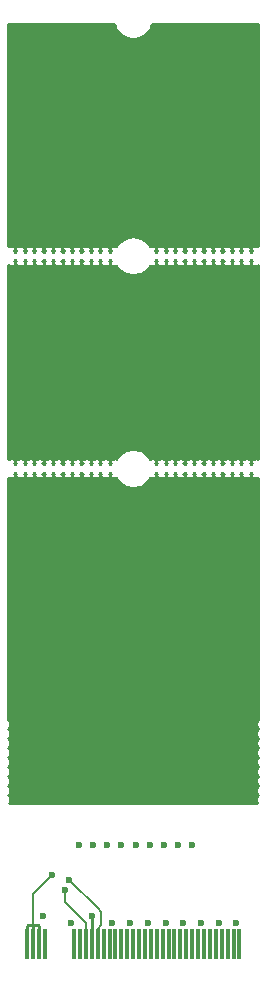
<source format=gbr>
G04 #@! TF.FileFunction,Copper,L4,Bot,Signal*
%FSLAX46Y46*%
G04 Gerber Fmt 4.6, Leading zero omitted, Abs format (unit mm)*
G04 Created by KiCad (PCBNEW 4.0.7) date 05/24/18 10:42:32*
%MOMM*%
%LPD*%
G01*
G04 APERTURE LIST*
%ADD10C,0.100000*%
%ADD11R,0.350000X2.500000*%
%ADD12C,0.600000*%
%ADD13C,0.200000*%
%ADD14C,0.250000*%
%ADD15C,0.254000*%
G04 APERTURE END LIST*
D10*
D11*
X167880000Y-108360000D03*
X167380000Y-108360000D03*
X166880000Y-108360000D03*
X166380000Y-108360000D03*
X165880000Y-108360000D03*
X163380000Y-108360000D03*
X162880000Y-108360000D03*
X162380000Y-108360000D03*
X161880000Y-108360000D03*
X161380000Y-108360000D03*
X160880000Y-108360000D03*
X160380000Y-108360000D03*
X159880000Y-108360000D03*
X159380000Y-108360000D03*
X158880000Y-108360000D03*
X158380000Y-108360000D03*
X157880000Y-108360000D03*
X157380000Y-108360000D03*
X156880000Y-108360000D03*
X156380000Y-108360000D03*
X155880000Y-108360000D03*
X155380000Y-108360000D03*
X154880000Y-108360000D03*
X154380000Y-108360000D03*
X153880000Y-108360000D03*
X151380000Y-108360000D03*
X150880000Y-108360000D03*
X150380000Y-108360000D03*
X149880000Y-108360000D03*
X165380000Y-108360000D03*
X164880000Y-108360000D03*
X164380000Y-108360000D03*
X163880000Y-108360000D03*
D12*
X153470000Y-102930000D03*
X153110000Y-103770000D03*
X151980000Y-102560000D03*
X167629458Y-106615573D03*
X163890000Y-100030000D03*
X162690000Y-100030000D03*
X161490000Y-100030000D03*
X166129458Y-106615573D03*
X164629458Y-106615573D03*
X163129458Y-106615573D03*
X157129458Y-106615573D03*
X154290000Y-100030000D03*
X160290000Y-100030000D03*
X159090000Y-100030000D03*
X157890000Y-100030000D03*
X156690000Y-100030000D03*
X155490000Y-100030000D03*
X155380000Y-106040000D03*
X153660226Y-106599774D03*
X151270000Y-106030000D03*
X161629458Y-106615573D03*
X160129458Y-106615573D03*
X158629458Y-106615573D03*
D13*
X156170000Y-106784998D02*
X156170000Y-105630000D01*
X156170000Y-105630000D02*
X155880000Y-105340000D01*
X155880000Y-108360000D02*
X155880000Y-107074998D01*
X155880000Y-107074998D02*
X156170000Y-106784998D01*
X155880000Y-105340000D02*
X153470000Y-102930000D01*
X154880000Y-108360000D02*
X154880000Y-106630000D01*
X154880000Y-106630000D02*
X153110000Y-104860000D01*
X153110000Y-104860000D02*
X153110000Y-103770000D01*
X150380000Y-106800000D02*
X150380000Y-104160000D01*
X150380000Y-104160000D02*
X151980000Y-102560000D01*
D14*
X150880000Y-108360000D02*
X150880000Y-106860000D01*
X150880000Y-106860000D02*
X150820000Y-106800000D01*
X150820000Y-106800000D02*
X150380000Y-106800000D01*
X149880000Y-108360000D02*
X149880000Y-106860000D01*
X149880000Y-106860000D02*
X149940000Y-106800000D01*
X149940000Y-106800000D02*
X150380000Y-106800000D01*
X150380000Y-108360000D02*
X150380000Y-106800000D01*
X155380000Y-108360000D02*
X155380000Y-106040000D01*
D15*
G36*
X169139867Y-68955450D02*
X169471029Y-68929413D01*
X169488000Y-68922383D01*
X169488000Y-89321567D01*
X169414330Y-89395236D01*
X169370975Y-89460121D01*
X169370972Y-89460124D01*
X169337822Y-89540157D01*
X169310949Y-89605033D01*
X169310949Y-89605036D01*
X169310948Y-89605038D01*
X169295724Y-89681572D01*
X169295724Y-89838426D01*
X169310948Y-89914962D01*
X169310949Y-89914964D01*
X169310949Y-89914967D01*
X169326632Y-89952828D01*
X169370972Y-90059876D01*
X169370975Y-90059879D01*
X169414330Y-90124764D01*
X169449567Y-90160000D01*
X169414330Y-90195236D01*
X169370975Y-90260121D01*
X169370972Y-90260124D01*
X169337822Y-90340157D01*
X169310949Y-90405033D01*
X169310949Y-90405036D01*
X169310948Y-90405038D01*
X169295724Y-90481572D01*
X169295724Y-90638426D01*
X169310948Y-90714962D01*
X169310949Y-90714964D01*
X169310949Y-90714967D01*
X169326632Y-90752828D01*
X169370972Y-90859876D01*
X169370975Y-90859879D01*
X169414330Y-90924764D01*
X169449567Y-90960000D01*
X169414330Y-90995236D01*
X169370975Y-91060121D01*
X169370972Y-91060124D01*
X169337822Y-91140157D01*
X169310949Y-91205033D01*
X169310949Y-91205036D01*
X169310948Y-91205038D01*
X169295724Y-91281572D01*
X169295724Y-91438426D01*
X169310948Y-91514962D01*
X169310949Y-91514964D01*
X169310949Y-91514967D01*
X169326632Y-91552828D01*
X169370972Y-91659876D01*
X169370975Y-91659879D01*
X169414330Y-91724764D01*
X169449567Y-91760000D01*
X169414330Y-91795236D01*
X169370975Y-91860121D01*
X169370972Y-91860124D01*
X169337822Y-91940157D01*
X169310949Y-92005033D01*
X169310949Y-92005036D01*
X169310948Y-92005038D01*
X169295724Y-92081572D01*
X169295724Y-92238426D01*
X169310948Y-92314962D01*
X169310949Y-92314964D01*
X169310949Y-92314967D01*
X169326632Y-92352828D01*
X169370972Y-92459876D01*
X169370975Y-92459879D01*
X169414330Y-92524764D01*
X169449567Y-92560000D01*
X169414330Y-92595236D01*
X169370975Y-92660121D01*
X169370972Y-92660124D01*
X169337822Y-92740157D01*
X169310949Y-92805033D01*
X169310949Y-92805036D01*
X169310948Y-92805038D01*
X169295724Y-92881572D01*
X169295724Y-93038426D01*
X169310948Y-93114962D01*
X169310949Y-93114964D01*
X169310949Y-93114967D01*
X169326632Y-93152828D01*
X169370972Y-93259876D01*
X169370975Y-93259879D01*
X169414330Y-93324764D01*
X169449567Y-93360000D01*
X169414330Y-93395236D01*
X169370975Y-93460121D01*
X169370972Y-93460124D01*
X169337822Y-93540157D01*
X169310949Y-93605033D01*
X169310949Y-93605036D01*
X169310948Y-93605038D01*
X169295724Y-93681572D01*
X169295724Y-93838426D01*
X169310948Y-93914962D01*
X169310949Y-93914964D01*
X169310949Y-93914967D01*
X169326632Y-93952828D01*
X169370972Y-94059876D01*
X169370975Y-94059879D01*
X169414330Y-94124764D01*
X169449567Y-94160000D01*
X169414330Y-94195236D01*
X169370975Y-94260121D01*
X169370972Y-94260124D01*
X169337822Y-94340157D01*
X169310949Y-94405033D01*
X169310949Y-94405036D01*
X169310948Y-94405038D01*
X169295724Y-94481572D01*
X169295724Y-94638426D01*
X169310948Y-94714962D01*
X169310949Y-94714964D01*
X169310949Y-94714967D01*
X169326632Y-94752828D01*
X169370972Y-94859876D01*
X169370975Y-94859879D01*
X169414330Y-94924764D01*
X169449567Y-94960000D01*
X169414330Y-94995236D01*
X169370975Y-95060121D01*
X169370972Y-95060124D01*
X169337822Y-95140157D01*
X169310949Y-95205033D01*
X169310949Y-95205036D01*
X169310948Y-95205038D01*
X169295724Y-95281572D01*
X169295724Y-95438426D01*
X169310948Y-95514962D01*
X169310949Y-95514964D01*
X169310949Y-95514967D01*
X169326632Y-95552828D01*
X169370972Y-95659876D01*
X169370975Y-95659879D01*
X169414330Y-95724764D01*
X169449567Y-95760000D01*
X169414330Y-95795236D01*
X169370975Y-95860121D01*
X169370972Y-95860124D01*
X169337822Y-95940157D01*
X169310949Y-96005033D01*
X169310949Y-96005036D01*
X169310948Y-96005038D01*
X169295724Y-96081572D01*
X169295724Y-96238426D01*
X169310948Y-96314962D01*
X169310949Y-96314964D01*
X169310949Y-96314967D01*
X169326632Y-96352828D01*
X169368124Y-96453000D01*
X148391876Y-96453000D01*
X148422178Y-96379843D01*
X148449052Y-96314967D01*
X148449052Y-96314962D01*
X148464276Y-96238426D01*
X148464276Y-96081572D01*
X148449052Y-96005037D01*
X148449052Y-96005033D01*
X148419922Y-95934711D01*
X148389028Y-95860124D01*
X148389025Y-95860121D01*
X148345677Y-95795247D01*
X148345675Y-95795243D01*
X148345672Y-95795240D01*
X148345670Y-95795237D01*
X148317944Y-95767512D01*
X148310433Y-95760000D01*
X148345670Y-95724763D01*
X148345672Y-95724760D01*
X148345675Y-95724757D01*
X148345677Y-95724753D01*
X148389025Y-95659879D01*
X148389028Y-95659876D01*
X148422178Y-95579843D01*
X148449052Y-95514967D01*
X148449052Y-95514962D01*
X148464276Y-95438426D01*
X148464276Y-95281572D01*
X148449052Y-95205037D01*
X148449052Y-95205033D01*
X148419922Y-95134711D01*
X148389028Y-95060124D01*
X148389025Y-95060121D01*
X148345677Y-94995247D01*
X148345675Y-94995243D01*
X148345672Y-94995240D01*
X148345670Y-94995237D01*
X148310433Y-94960000D01*
X148345670Y-94924763D01*
X148345672Y-94924760D01*
X148345675Y-94924757D01*
X148345677Y-94924753D01*
X148389025Y-94859879D01*
X148389028Y-94859876D01*
X148422178Y-94779843D01*
X148449052Y-94714967D01*
X148449052Y-94714962D01*
X148464276Y-94638426D01*
X148464276Y-94481572D01*
X148449052Y-94405037D01*
X148449052Y-94405033D01*
X148419922Y-94334711D01*
X148389028Y-94260124D01*
X148389025Y-94260121D01*
X148345677Y-94195247D01*
X148345675Y-94195243D01*
X148345672Y-94195240D01*
X148345670Y-94195237D01*
X148310433Y-94160000D01*
X148317944Y-94152488D01*
X148345670Y-94124763D01*
X148345672Y-94124760D01*
X148345675Y-94124757D01*
X148345677Y-94124753D01*
X148389025Y-94059879D01*
X148389028Y-94059876D01*
X148422178Y-93979843D01*
X148449052Y-93914967D01*
X148449052Y-93914962D01*
X148464276Y-93838426D01*
X148464276Y-93681572D01*
X148449052Y-93605037D01*
X148449052Y-93605033D01*
X148419922Y-93534711D01*
X148389028Y-93460124D01*
X148389025Y-93460121D01*
X148345677Y-93395247D01*
X148345675Y-93395243D01*
X148345672Y-93395240D01*
X148345670Y-93395237D01*
X148317944Y-93367512D01*
X148310433Y-93360000D01*
X148317944Y-93352488D01*
X148345670Y-93324763D01*
X148345672Y-93324760D01*
X148345675Y-93324757D01*
X148345677Y-93324753D01*
X148389025Y-93259879D01*
X148389028Y-93259876D01*
X148422178Y-93179843D01*
X148449052Y-93114967D01*
X148449052Y-93114962D01*
X148464276Y-93038426D01*
X148464276Y-92881572D01*
X148449052Y-92805037D01*
X148449052Y-92805033D01*
X148419922Y-92734711D01*
X148389028Y-92660124D01*
X148389025Y-92660121D01*
X148345677Y-92595247D01*
X148345675Y-92595243D01*
X148345672Y-92595240D01*
X148345670Y-92595237D01*
X148317944Y-92567512D01*
X148310433Y-92560000D01*
X148345670Y-92524763D01*
X148345672Y-92524760D01*
X148345675Y-92524757D01*
X148345677Y-92524753D01*
X148389025Y-92459879D01*
X148389028Y-92459876D01*
X148422178Y-92379843D01*
X148449052Y-92314967D01*
X148449052Y-92314962D01*
X148464276Y-92238426D01*
X148464276Y-92081572D01*
X148449052Y-92005037D01*
X148449052Y-92005033D01*
X148419922Y-91934711D01*
X148389028Y-91860124D01*
X148389025Y-91860121D01*
X148345677Y-91795247D01*
X148345675Y-91795243D01*
X148345672Y-91795240D01*
X148345670Y-91795237D01*
X148310433Y-91760000D01*
X148345670Y-91724763D01*
X148345672Y-91724760D01*
X148345675Y-91724757D01*
X148345677Y-91724753D01*
X148389025Y-91659879D01*
X148389028Y-91659876D01*
X148422178Y-91579843D01*
X148449052Y-91514967D01*
X148449052Y-91514962D01*
X148464276Y-91438426D01*
X148464276Y-91281572D01*
X148449052Y-91205037D01*
X148449052Y-91205033D01*
X148419922Y-91134711D01*
X148389028Y-91060124D01*
X148389025Y-91060121D01*
X148345677Y-90995247D01*
X148345675Y-90995243D01*
X148345672Y-90995240D01*
X148345670Y-90995237D01*
X148317944Y-90967512D01*
X148310433Y-90960000D01*
X148345670Y-90924763D01*
X148345672Y-90924760D01*
X148345675Y-90924757D01*
X148345677Y-90924753D01*
X148389025Y-90859879D01*
X148389028Y-90859876D01*
X148422178Y-90779843D01*
X148449052Y-90714967D01*
X148449052Y-90714962D01*
X148464276Y-90638426D01*
X148464276Y-90481572D01*
X148449052Y-90405037D01*
X148449052Y-90405033D01*
X148419922Y-90334711D01*
X148389028Y-90260124D01*
X148389025Y-90260121D01*
X148345677Y-90195247D01*
X148345675Y-90195243D01*
X148345672Y-90195240D01*
X148345670Y-90195237D01*
X148317944Y-90167512D01*
X148310433Y-90160000D01*
X148317944Y-90152488D01*
X148345670Y-90124763D01*
X148345672Y-90124760D01*
X148345675Y-90124757D01*
X148345677Y-90124753D01*
X148389025Y-90059879D01*
X148389028Y-90059876D01*
X148422178Y-89979843D01*
X148449052Y-89914967D01*
X148449052Y-89914962D01*
X148464276Y-89838426D01*
X148464276Y-89681572D01*
X148449052Y-89605037D01*
X148449052Y-89605033D01*
X148418551Y-89531400D01*
X148389028Y-89460124D01*
X148389025Y-89460121D01*
X148345677Y-89395247D01*
X148345675Y-89395243D01*
X148345672Y-89395240D01*
X148345670Y-89395237D01*
X148317944Y-89367512D01*
X148272000Y-89321567D01*
X148272000Y-68913892D01*
X148399867Y-68955450D01*
X148731029Y-68929413D01*
X148901937Y-68858621D01*
X149199867Y-68955450D01*
X149531029Y-68929413D01*
X149701937Y-68858621D01*
X149999867Y-68955450D01*
X150331029Y-68929413D01*
X150501937Y-68858621D01*
X150799867Y-68955450D01*
X151131029Y-68929413D01*
X151301937Y-68858621D01*
X151599867Y-68955450D01*
X151931029Y-68929413D01*
X152101937Y-68858621D01*
X152399867Y-68955450D01*
X152731029Y-68929413D01*
X152901937Y-68858621D01*
X153199867Y-68955450D01*
X153531029Y-68929413D01*
X153701937Y-68858621D01*
X153999867Y-68955450D01*
X154331029Y-68929413D01*
X154501937Y-68858621D01*
X154799867Y-68955450D01*
X155131029Y-68929413D01*
X155301937Y-68858621D01*
X155599867Y-68955450D01*
X155931029Y-68929413D01*
X156101937Y-68858621D01*
X156399867Y-68955450D01*
X156731029Y-68929413D01*
X156901937Y-68858621D01*
X157199867Y-68955450D01*
X157460699Y-68934943D01*
X157694760Y-69285240D01*
X158233965Y-69645525D01*
X158870000Y-69772040D01*
X159506035Y-69645525D01*
X160045240Y-69285240D01*
X160278849Y-68935619D01*
X160339867Y-68955450D01*
X160671029Y-68929413D01*
X160841937Y-68858621D01*
X161139867Y-68955450D01*
X161471029Y-68929413D01*
X161641937Y-68858621D01*
X161939867Y-68955450D01*
X162271029Y-68929413D01*
X162441937Y-68858621D01*
X162739867Y-68955450D01*
X163071029Y-68929413D01*
X163241937Y-68858621D01*
X163539867Y-68955450D01*
X163871029Y-68929413D01*
X164041937Y-68858621D01*
X164339867Y-68955450D01*
X164671029Y-68929413D01*
X164841937Y-68858621D01*
X165139867Y-68955450D01*
X165471029Y-68929413D01*
X165641937Y-68858621D01*
X165939867Y-68955450D01*
X166271029Y-68929413D01*
X166441937Y-68858621D01*
X166739867Y-68955450D01*
X167071029Y-68929413D01*
X167241937Y-68858621D01*
X167539867Y-68955450D01*
X167871029Y-68929413D01*
X168041937Y-68858621D01*
X168339867Y-68955450D01*
X168671029Y-68929413D01*
X168841937Y-68858621D01*
X169139867Y-68955450D01*
X169139867Y-68955450D01*
G37*
X169139867Y-68955450D02*
X169471029Y-68929413D01*
X169488000Y-68922383D01*
X169488000Y-89321567D01*
X169414330Y-89395236D01*
X169370975Y-89460121D01*
X169370972Y-89460124D01*
X169337822Y-89540157D01*
X169310949Y-89605033D01*
X169310949Y-89605036D01*
X169310948Y-89605038D01*
X169295724Y-89681572D01*
X169295724Y-89838426D01*
X169310948Y-89914962D01*
X169310949Y-89914964D01*
X169310949Y-89914967D01*
X169326632Y-89952828D01*
X169370972Y-90059876D01*
X169370975Y-90059879D01*
X169414330Y-90124764D01*
X169449567Y-90160000D01*
X169414330Y-90195236D01*
X169370975Y-90260121D01*
X169370972Y-90260124D01*
X169337822Y-90340157D01*
X169310949Y-90405033D01*
X169310949Y-90405036D01*
X169310948Y-90405038D01*
X169295724Y-90481572D01*
X169295724Y-90638426D01*
X169310948Y-90714962D01*
X169310949Y-90714964D01*
X169310949Y-90714967D01*
X169326632Y-90752828D01*
X169370972Y-90859876D01*
X169370975Y-90859879D01*
X169414330Y-90924764D01*
X169449567Y-90960000D01*
X169414330Y-90995236D01*
X169370975Y-91060121D01*
X169370972Y-91060124D01*
X169337822Y-91140157D01*
X169310949Y-91205033D01*
X169310949Y-91205036D01*
X169310948Y-91205038D01*
X169295724Y-91281572D01*
X169295724Y-91438426D01*
X169310948Y-91514962D01*
X169310949Y-91514964D01*
X169310949Y-91514967D01*
X169326632Y-91552828D01*
X169370972Y-91659876D01*
X169370975Y-91659879D01*
X169414330Y-91724764D01*
X169449567Y-91760000D01*
X169414330Y-91795236D01*
X169370975Y-91860121D01*
X169370972Y-91860124D01*
X169337822Y-91940157D01*
X169310949Y-92005033D01*
X169310949Y-92005036D01*
X169310948Y-92005038D01*
X169295724Y-92081572D01*
X169295724Y-92238426D01*
X169310948Y-92314962D01*
X169310949Y-92314964D01*
X169310949Y-92314967D01*
X169326632Y-92352828D01*
X169370972Y-92459876D01*
X169370975Y-92459879D01*
X169414330Y-92524764D01*
X169449567Y-92560000D01*
X169414330Y-92595236D01*
X169370975Y-92660121D01*
X169370972Y-92660124D01*
X169337822Y-92740157D01*
X169310949Y-92805033D01*
X169310949Y-92805036D01*
X169310948Y-92805038D01*
X169295724Y-92881572D01*
X169295724Y-93038426D01*
X169310948Y-93114962D01*
X169310949Y-93114964D01*
X169310949Y-93114967D01*
X169326632Y-93152828D01*
X169370972Y-93259876D01*
X169370975Y-93259879D01*
X169414330Y-93324764D01*
X169449567Y-93360000D01*
X169414330Y-93395236D01*
X169370975Y-93460121D01*
X169370972Y-93460124D01*
X169337822Y-93540157D01*
X169310949Y-93605033D01*
X169310949Y-93605036D01*
X169310948Y-93605038D01*
X169295724Y-93681572D01*
X169295724Y-93838426D01*
X169310948Y-93914962D01*
X169310949Y-93914964D01*
X169310949Y-93914967D01*
X169326632Y-93952828D01*
X169370972Y-94059876D01*
X169370975Y-94059879D01*
X169414330Y-94124764D01*
X169449567Y-94160000D01*
X169414330Y-94195236D01*
X169370975Y-94260121D01*
X169370972Y-94260124D01*
X169337822Y-94340157D01*
X169310949Y-94405033D01*
X169310949Y-94405036D01*
X169310948Y-94405038D01*
X169295724Y-94481572D01*
X169295724Y-94638426D01*
X169310948Y-94714962D01*
X169310949Y-94714964D01*
X169310949Y-94714967D01*
X169326632Y-94752828D01*
X169370972Y-94859876D01*
X169370975Y-94859879D01*
X169414330Y-94924764D01*
X169449567Y-94960000D01*
X169414330Y-94995236D01*
X169370975Y-95060121D01*
X169370972Y-95060124D01*
X169337822Y-95140157D01*
X169310949Y-95205033D01*
X169310949Y-95205036D01*
X169310948Y-95205038D01*
X169295724Y-95281572D01*
X169295724Y-95438426D01*
X169310948Y-95514962D01*
X169310949Y-95514964D01*
X169310949Y-95514967D01*
X169326632Y-95552828D01*
X169370972Y-95659876D01*
X169370975Y-95659879D01*
X169414330Y-95724764D01*
X169449567Y-95760000D01*
X169414330Y-95795236D01*
X169370975Y-95860121D01*
X169370972Y-95860124D01*
X169337822Y-95940157D01*
X169310949Y-96005033D01*
X169310949Y-96005036D01*
X169310948Y-96005038D01*
X169295724Y-96081572D01*
X169295724Y-96238426D01*
X169310948Y-96314962D01*
X169310949Y-96314964D01*
X169310949Y-96314967D01*
X169326632Y-96352828D01*
X169368124Y-96453000D01*
X148391876Y-96453000D01*
X148422178Y-96379843D01*
X148449052Y-96314967D01*
X148449052Y-96314962D01*
X148464276Y-96238426D01*
X148464276Y-96081572D01*
X148449052Y-96005037D01*
X148449052Y-96005033D01*
X148419922Y-95934711D01*
X148389028Y-95860124D01*
X148389025Y-95860121D01*
X148345677Y-95795247D01*
X148345675Y-95795243D01*
X148345672Y-95795240D01*
X148345670Y-95795237D01*
X148317944Y-95767512D01*
X148310433Y-95760000D01*
X148345670Y-95724763D01*
X148345672Y-95724760D01*
X148345675Y-95724757D01*
X148345677Y-95724753D01*
X148389025Y-95659879D01*
X148389028Y-95659876D01*
X148422178Y-95579843D01*
X148449052Y-95514967D01*
X148449052Y-95514962D01*
X148464276Y-95438426D01*
X148464276Y-95281572D01*
X148449052Y-95205037D01*
X148449052Y-95205033D01*
X148419922Y-95134711D01*
X148389028Y-95060124D01*
X148389025Y-95060121D01*
X148345677Y-94995247D01*
X148345675Y-94995243D01*
X148345672Y-94995240D01*
X148345670Y-94995237D01*
X148310433Y-94960000D01*
X148345670Y-94924763D01*
X148345672Y-94924760D01*
X148345675Y-94924757D01*
X148345677Y-94924753D01*
X148389025Y-94859879D01*
X148389028Y-94859876D01*
X148422178Y-94779843D01*
X148449052Y-94714967D01*
X148449052Y-94714962D01*
X148464276Y-94638426D01*
X148464276Y-94481572D01*
X148449052Y-94405037D01*
X148449052Y-94405033D01*
X148419922Y-94334711D01*
X148389028Y-94260124D01*
X148389025Y-94260121D01*
X148345677Y-94195247D01*
X148345675Y-94195243D01*
X148345672Y-94195240D01*
X148345670Y-94195237D01*
X148310433Y-94160000D01*
X148317944Y-94152488D01*
X148345670Y-94124763D01*
X148345672Y-94124760D01*
X148345675Y-94124757D01*
X148345677Y-94124753D01*
X148389025Y-94059879D01*
X148389028Y-94059876D01*
X148422178Y-93979843D01*
X148449052Y-93914967D01*
X148449052Y-93914962D01*
X148464276Y-93838426D01*
X148464276Y-93681572D01*
X148449052Y-93605037D01*
X148449052Y-93605033D01*
X148419922Y-93534711D01*
X148389028Y-93460124D01*
X148389025Y-93460121D01*
X148345677Y-93395247D01*
X148345675Y-93395243D01*
X148345672Y-93395240D01*
X148345670Y-93395237D01*
X148317944Y-93367512D01*
X148310433Y-93360000D01*
X148317944Y-93352488D01*
X148345670Y-93324763D01*
X148345672Y-93324760D01*
X148345675Y-93324757D01*
X148345677Y-93324753D01*
X148389025Y-93259879D01*
X148389028Y-93259876D01*
X148422178Y-93179843D01*
X148449052Y-93114967D01*
X148449052Y-93114962D01*
X148464276Y-93038426D01*
X148464276Y-92881572D01*
X148449052Y-92805037D01*
X148449052Y-92805033D01*
X148419922Y-92734711D01*
X148389028Y-92660124D01*
X148389025Y-92660121D01*
X148345677Y-92595247D01*
X148345675Y-92595243D01*
X148345672Y-92595240D01*
X148345670Y-92595237D01*
X148317944Y-92567512D01*
X148310433Y-92560000D01*
X148345670Y-92524763D01*
X148345672Y-92524760D01*
X148345675Y-92524757D01*
X148345677Y-92524753D01*
X148389025Y-92459879D01*
X148389028Y-92459876D01*
X148422178Y-92379843D01*
X148449052Y-92314967D01*
X148449052Y-92314962D01*
X148464276Y-92238426D01*
X148464276Y-92081572D01*
X148449052Y-92005037D01*
X148449052Y-92005033D01*
X148419922Y-91934711D01*
X148389028Y-91860124D01*
X148389025Y-91860121D01*
X148345677Y-91795247D01*
X148345675Y-91795243D01*
X148345672Y-91795240D01*
X148345670Y-91795237D01*
X148310433Y-91760000D01*
X148345670Y-91724763D01*
X148345672Y-91724760D01*
X148345675Y-91724757D01*
X148345677Y-91724753D01*
X148389025Y-91659879D01*
X148389028Y-91659876D01*
X148422178Y-91579843D01*
X148449052Y-91514967D01*
X148449052Y-91514962D01*
X148464276Y-91438426D01*
X148464276Y-91281572D01*
X148449052Y-91205037D01*
X148449052Y-91205033D01*
X148419922Y-91134711D01*
X148389028Y-91060124D01*
X148389025Y-91060121D01*
X148345677Y-90995247D01*
X148345675Y-90995243D01*
X148345672Y-90995240D01*
X148345670Y-90995237D01*
X148317944Y-90967512D01*
X148310433Y-90960000D01*
X148345670Y-90924763D01*
X148345672Y-90924760D01*
X148345675Y-90924757D01*
X148345677Y-90924753D01*
X148389025Y-90859879D01*
X148389028Y-90859876D01*
X148422178Y-90779843D01*
X148449052Y-90714967D01*
X148449052Y-90714962D01*
X148464276Y-90638426D01*
X148464276Y-90481572D01*
X148449052Y-90405037D01*
X148449052Y-90405033D01*
X148419922Y-90334711D01*
X148389028Y-90260124D01*
X148389025Y-90260121D01*
X148345677Y-90195247D01*
X148345675Y-90195243D01*
X148345672Y-90195240D01*
X148345670Y-90195237D01*
X148317944Y-90167512D01*
X148310433Y-90160000D01*
X148317944Y-90152488D01*
X148345670Y-90124763D01*
X148345672Y-90124760D01*
X148345675Y-90124757D01*
X148345677Y-90124753D01*
X148389025Y-90059879D01*
X148389028Y-90059876D01*
X148422178Y-89979843D01*
X148449052Y-89914967D01*
X148449052Y-89914962D01*
X148464276Y-89838426D01*
X148464276Y-89681572D01*
X148449052Y-89605037D01*
X148449052Y-89605033D01*
X148418551Y-89531400D01*
X148389028Y-89460124D01*
X148389025Y-89460121D01*
X148345677Y-89395247D01*
X148345675Y-89395243D01*
X148345672Y-89395240D01*
X148345670Y-89395237D01*
X148317944Y-89367512D01*
X148272000Y-89321567D01*
X148272000Y-68913892D01*
X148399867Y-68955450D01*
X148731029Y-68929413D01*
X148901937Y-68858621D01*
X149199867Y-68955450D01*
X149531029Y-68929413D01*
X149701937Y-68858621D01*
X149999867Y-68955450D01*
X150331029Y-68929413D01*
X150501937Y-68858621D01*
X150799867Y-68955450D01*
X151131029Y-68929413D01*
X151301937Y-68858621D01*
X151599867Y-68955450D01*
X151931029Y-68929413D01*
X152101937Y-68858621D01*
X152399867Y-68955450D01*
X152731029Y-68929413D01*
X152901937Y-68858621D01*
X153199867Y-68955450D01*
X153531029Y-68929413D01*
X153701937Y-68858621D01*
X153999867Y-68955450D01*
X154331029Y-68929413D01*
X154501937Y-68858621D01*
X154799867Y-68955450D01*
X155131029Y-68929413D01*
X155301937Y-68858621D01*
X155599867Y-68955450D01*
X155931029Y-68929413D01*
X156101937Y-68858621D01*
X156399867Y-68955450D01*
X156731029Y-68929413D01*
X156901937Y-68858621D01*
X157199867Y-68955450D01*
X157460699Y-68934943D01*
X157694760Y-69285240D01*
X158233965Y-69645525D01*
X158870000Y-69772040D01*
X159506035Y-69645525D01*
X160045240Y-69285240D01*
X160278849Y-68935619D01*
X160339867Y-68955450D01*
X160671029Y-68929413D01*
X160841937Y-68858621D01*
X161139867Y-68955450D01*
X161471029Y-68929413D01*
X161641937Y-68858621D01*
X161939867Y-68955450D01*
X162271029Y-68929413D01*
X162441937Y-68858621D01*
X162739867Y-68955450D01*
X163071029Y-68929413D01*
X163241937Y-68858621D01*
X163539867Y-68955450D01*
X163871029Y-68929413D01*
X164041937Y-68858621D01*
X164339867Y-68955450D01*
X164671029Y-68929413D01*
X164841937Y-68858621D01*
X165139867Y-68955450D01*
X165471029Y-68929413D01*
X165641937Y-68858621D01*
X165939867Y-68955450D01*
X166271029Y-68929413D01*
X166441937Y-68858621D01*
X166739867Y-68955450D01*
X167071029Y-68929413D01*
X167241937Y-68858621D01*
X167539867Y-68955450D01*
X167871029Y-68929413D01*
X168041937Y-68858621D01*
X168339867Y-68955450D01*
X168671029Y-68929413D01*
X168841937Y-68858621D01*
X169139867Y-68955450D01*
G36*
X160938003Y-68553419D02*
X160840000Y-68651422D01*
X160741873Y-68553295D01*
X160840048Y-68455292D01*
X160938003Y-68553419D01*
X160938003Y-68553419D01*
G37*
X160938003Y-68553419D02*
X160840000Y-68651422D01*
X160741873Y-68553295D01*
X160840048Y-68455292D01*
X160938003Y-68553419D01*
G36*
X168938003Y-68553419D02*
X168840000Y-68651422D01*
X168741873Y-68553295D01*
X168840048Y-68455292D01*
X168938003Y-68553419D01*
X168938003Y-68553419D01*
G37*
X168938003Y-68553419D02*
X168840000Y-68651422D01*
X168741873Y-68553295D01*
X168840048Y-68455292D01*
X168938003Y-68553419D01*
G36*
X168138003Y-68553419D02*
X168040000Y-68651422D01*
X167941873Y-68553295D01*
X168040048Y-68455292D01*
X168138003Y-68553419D01*
X168138003Y-68553419D01*
G37*
X168138003Y-68553419D02*
X168040000Y-68651422D01*
X167941873Y-68553295D01*
X168040048Y-68455292D01*
X168138003Y-68553419D01*
G36*
X167338003Y-68553419D02*
X167240000Y-68651422D01*
X167141873Y-68553295D01*
X167240048Y-68455292D01*
X167338003Y-68553419D01*
X167338003Y-68553419D01*
G37*
X167338003Y-68553419D02*
X167240000Y-68651422D01*
X167141873Y-68553295D01*
X167240048Y-68455292D01*
X167338003Y-68553419D01*
G36*
X166538003Y-68553419D02*
X166440000Y-68651422D01*
X166341873Y-68553295D01*
X166440048Y-68455292D01*
X166538003Y-68553419D01*
X166538003Y-68553419D01*
G37*
X166538003Y-68553419D02*
X166440000Y-68651422D01*
X166341873Y-68553295D01*
X166440048Y-68455292D01*
X166538003Y-68553419D01*
G36*
X165738003Y-68553419D02*
X165640000Y-68651422D01*
X165541873Y-68553295D01*
X165640048Y-68455292D01*
X165738003Y-68553419D01*
X165738003Y-68553419D01*
G37*
X165738003Y-68553419D02*
X165640000Y-68651422D01*
X165541873Y-68553295D01*
X165640048Y-68455292D01*
X165738003Y-68553419D01*
G36*
X164938003Y-68553419D02*
X164840000Y-68651422D01*
X164741873Y-68553295D01*
X164840048Y-68455292D01*
X164938003Y-68553419D01*
X164938003Y-68553419D01*
G37*
X164938003Y-68553419D02*
X164840000Y-68651422D01*
X164741873Y-68553295D01*
X164840048Y-68455292D01*
X164938003Y-68553419D01*
G36*
X164138003Y-68553419D02*
X164040000Y-68651422D01*
X163941873Y-68553295D01*
X164040048Y-68455292D01*
X164138003Y-68553419D01*
X164138003Y-68553419D01*
G37*
X164138003Y-68553419D02*
X164040000Y-68651422D01*
X163941873Y-68553295D01*
X164040048Y-68455292D01*
X164138003Y-68553419D01*
G36*
X163338003Y-68553419D02*
X163240000Y-68651422D01*
X163141873Y-68553295D01*
X163240048Y-68455292D01*
X163338003Y-68553419D01*
X163338003Y-68553419D01*
G37*
X163338003Y-68553419D02*
X163240000Y-68651422D01*
X163141873Y-68553295D01*
X163240048Y-68455292D01*
X163338003Y-68553419D01*
G36*
X162538003Y-68553419D02*
X162440000Y-68651422D01*
X162341873Y-68553295D01*
X162440048Y-68455292D01*
X162538003Y-68553419D01*
X162538003Y-68553419D01*
G37*
X162538003Y-68553419D02*
X162440000Y-68651422D01*
X162341873Y-68553295D01*
X162440048Y-68455292D01*
X162538003Y-68553419D01*
G36*
X148998003Y-68553419D02*
X148900000Y-68651422D01*
X148801873Y-68553295D01*
X148900048Y-68455292D01*
X148998003Y-68553419D01*
X148998003Y-68553419D01*
G37*
X148998003Y-68553419D02*
X148900000Y-68651422D01*
X148801873Y-68553295D01*
X148900048Y-68455292D01*
X148998003Y-68553419D01*
G36*
X150598003Y-68553419D02*
X150500000Y-68651422D01*
X150401873Y-68553295D01*
X150500048Y-68455292D01*
X150598003Y-68553419D01*
X150598003Y-68553419D01*
G37*
X150598003Y-68553419D02*
X150500000Y-68651422D01*
X150401873Y-68553295D01*
X150500048Y-68455292D01*
X150598003Y-68553419D01*
G36*
X149798003Y-68553419D02*
X149700000Y-68651422D01*
X149601873Y-68553295D01*
X149700048Y-68455292D01*
X149798003Y-68553419D01*
X149798003Y-68553419D01*
G37*
X149798003Y-68553419D02*
X149700000Y-68651422D01*
X149601873Y-68553295D01*
X149700048Y-68455292D01*
X149798003Y-68553419D01*
G36*
X161738003Y-68553419D02*
X161640000Y-68651422D01*
X161541873Y-68553295D01*
X161640048Y-68455292D01*
X161738003Y-68553419D01*
X161738003Y-68553419D01*
G37*
X161738003Y-68553419D02*
X161640000Y-68651422D01*
X161541873Y-68553295D01*
X161640048Y-68455292D01*
X161738003Y-68553419D01*
G36*
X156998003Y-68553419D02*
X156900000Y-68651422D01*
X156801873Y-68553295D01*
X156900048Y-68455292D01*
X156998003Y-68553419D01*
X156998003Y-68553419D01*
G37*
X156998003Y-68553419D02*
X156900000Y-68651422D01*
X156801873Y-68553295D01*
X156900048Y-68455292D01*
X156998003Y-68553419D01*
G36*
X156198003Y-68553419D02*
X156100000Y-68651422D01*
X156001873Y-68553295D01*
X156100048Y-68455292D01*
X156198003Y-68553419D01*
X156198003Y-68553419D01*
G37*
X156198003Y-68553419D02*
X156100000Y-68651422D01*
X156001873Y-68553295D01*
X156100048Y-68455292D01*
X156198003Y-68553419D01*
G36*
X155398003Y-68553419D02*
X155300000Y-68651422D01*
X155201873Y-68553295D01*
X155300048Y-68455292D01*
X155398003Y-68553419D01*
X155398003Y-68553419D01*
G37*
X155398003Y-68553419D02*
X155300000Y-68651422D01*
X155201873Y-68553295D01*
X155300048Y-68455292D01*
X155398003Y-68553419D01*
G36*
X154598003Y-68553419D02*
X154500000Y-68651422D01*
X154401873Y-68553295D01*
X154500048Y-68455292D01*
X154598003Y-68553419D01*
X154598003Y-68553419D01*
G37*
X154598003Y-68553419D02*
X154500000Y-68651422D01*
X154401873Y-68553295D01*
X154500048Y-68455292D01*
X154598003Y-68553419D01*
G36*
X153798003Y-68553419D02*
X153700000Y-68651422D01*
X153601873Y-68553295D01*
X153700048Y-68455292D01*
X153798003Y-68553419D01*
X153798003Y-68553419D01*
G37*
X153798003Y-68553419D02*
X153700000Y-68651422D01*
X153601873Y-68553295D01*
X153700048Y-68455292D01*
X153798003Y-68553419D01*
G36*
X152998003Y-68553419D02*
X152900000Y-68651422D01*
X152801873Y-68553295D01*
X152900048Y-68455292D01*
X152998003Y-68553419D01*
X152998003Y-68553419D01*
G37*
X152998003Y-68553419D02*
X152900000Y-68651422D01*
X152801873Y-68553295D01*
X152900048Y-68455292D01*
X152998003Y-68553419D01*
G36*
X152198003Y-68553419D02*
X152100000Y-68651422D01*
X152001873Y-68553295D01*
X152100048Y-68455292D01*
X152198003Y-68553419D01*
X152198003Y-68553419D01*
G37*
X152198003Y-68553419D02*
X152100000Y-68651422D01*
X152001873Y-68553295D01*
X152100048Y-68455292D01*
X152198003Y-68553419D01*
G36*
X151398003Y-68553419D02*
X151300000Y-68651422D01*
X151201873Y-68553295D01*
X151300048Y-68455292D01*
X151398003Y-68553419D01*
X151398003Y-68553419D01*
G37*
X151398003Y-68553419D02*
X151300000Y-68651422D01*
X151201873Y-68553295D01*
X151300048Y-68455292D01*
X151398003Y-68553419D01*
G36*
X165738127Y-67666705D02*
X165639952Y-67764708D01*
X165541997Y-67666581D01*
X165640000Y-67568578D01*
X165738127Y-67666705D01*
X165738127Y-67666705D01*
G37*
X165738127Y-67666705D02*
X165639952Y-67764708D01*
X165541997Y-67666581D01*
X165640000Y-67568578D01*
X165738127Y-67666705D01*
G36*
X160938127Y-67666705D02*
X160839952Y-67764708D01*
X160741997Y-67666581D01*
X160840000Y-67568578D01*
X160938127Y-67666705D01*
X160938127Y-67666705D01*
G37*
X160938127Y-67666705D02*
X160839952Y-67764708D01*
X160741997Y-67666581D01*
X160840000Y-67568578D01*
X160938127Y-67666705D01*
G36*
X161738127Y-67666705D02*
X161639952Y-67764708D01*
X161541997Y-67666581D01*
X161640000Y-67568578D01*
X161738127Y-67666705D01*
X161738127Y-67666705D01*
G37*
X161738127Y-67666705D02*
X161639952Y-67764708D01*
X161541997Y-67666581D01*
X161640000Y-67568578D01*
X161738127Y-67666705D01*
G36*
X162538127Y-67666705D02*
X162439952Y-67764708D01*
X162341997Y-67666581D01*
X162440000Y-67568578D01*
X162538127Y-67666705D01*
X162538127Y-67666705D01*
G37*
X162538127Y-67666705D02*
X162439952Y-67764708D01*
X162341997Y-67666581D01*
X162440000Y-67568578D01*
X162538127Y-67666705D01*
G36*
X148998127Y-67666705D02*
X148899952Y-67764708D01*
X148801997Y-67666581D01*
X148900000Y-67568578D01*
X148998127Y-67666705D01*
X148998127Y-67666705D01*
G37*
X148998127Y-67666705D02*
X148899952Y-67764708D01*
X148801997Y-67666581D01*
X148900000Y-67568578D01*
X148998127Y-67666705D01*
G36*
X164138127Y-67666705D02*
X164039952Y-67764708D01*
X163941997Y-67666581D01*
X164040000Y-67568578D01*
X164138127Y-67666705D01*
X164138127Y-67666705D01*
G37*
X164138127Y-67666705D02*
X164039952Y-67764708D01*
X163941997Y-67666581D01*
X164040000Y-67568578D01*
X164138127Y-67666705D01*
G36*
X164938127Y-67666705D02*
X164839952Y-67764708D01*
X164741997Y-67666581D01*
X164840000Y-67568578D01*
X164938127Y-67666705D01*
X164938127Y-67666705D01*
G37*
X164938127Y-67666705D02*
X164839952Y-67764708D01*
X164741997Y-67666581D01*
X164840000Y-67568578D01*
X164938127Y-67666705D01*
G36*
X166538127Y-67666705D02*
X166439952Y-67764708D01*
X166341997Y-67666581D01*
X166440000Y-67568578D01*
X166538127Y-67666705D01*
X166538127Y-67666705D01*
G37*
X166538127Y-67666705D02*
X166439952Y-67764708D01*
X166341997Y-67666581D01*
X166440000Y-67568578D01*
X166538127Y-67666705D01*
G36*
X167338127Y-67666705D02*
X167239952Y-67764708D01*
X167141997Y-67666581D01*
X167240000Y-67568578D01*
X167338127Y-67666705D01*
X167338127Y-67666705D01*
G37*
X167338127Y-67666705D02*
X167239952Y-67764708D01*
X167141997Y-67666581D01*
X167240000Y-67568578D01*
X167338127Y-67666705D01*
G36*
X168138127Y-67666705D02*
X168039952Y-67764708D01*
X167941997Y-67666581D01*
X168040000Y-67568578D01*
X168138127Y-67666705D01*
X168138127Y-67666705D01*
G37*
X168138127Y-67666705D02*
X168039952Y-67764708D01*
X167941997Y-67666581D01*
X168040000Y-67568578D01*
X168138127Y-67666705D01*
G36*
X168938127Y-67666705D02*
X168839952Y-67764708D01*
X168741997Y-67666581D01*
X168840000Y-67568578D01*
X168938127Y-67666705D01*
X168938127Y-67666705D01*
G37*
X168938127Y-67666705D02*
X168839952Y-67764708D01*
X168741997Y-67666581D01*
X168840000Y-67568578D01*
X168938127Y-67666705D01*
G36*
X150598127Y-67666705D02*
X150499952Y-67764708D01*
X150401997Y-67666581D01*
X150500000Y-67568578D01*
X150598127Y-67666705D01*
X150598127Y-67666705D01*
G37*
X150598127Y-67666705D02*
X150499952Y-67764708D01*
X150401997Y-67666581D01*
X150500000Y-67568578D01*
X150598127Y-67666705D01*
G36*
X149798127Y-67666705D02*
X149699952Y-67764708D01*
X149601997Y-67666581D01*
X149700000Y-67568578D01*
X149798127Y-67666705D01*
X149798127Y-67666705D01*
G37*
X149798127Y-67666705D02*
X149699952Y-67764708D01*
X149601997Y-67666581D01*
X149700000Y-67568578D01*
X149798127Y-67666705D01*
G36*
X156998127Y-67666705D02*
X156899952Y-67764708D01*
X156801997Y-67666581D01*
X156900000Y-67568578D01*
X156998127Y-67666705D01*
X156998127Y-67666705D01*
G37*
X156998127Y-67666705D02*
X156899952Y-67764708D01*
X156801997Y-67666581D01*
X156900000Y-67568578D01*
X156998127Y-67666705D01*
G36*
X163338127Y-67666705D02*
X163239952Y-67764708D01*
X163141997Y-67666581D01*
X163240000Y-67568578D01*
X163338127Y-67666705D01*
X163338127Y-67666705D01*
G37*
X163338127Y-67666705D02*
X163239952Y-67764708D01*
X163141997Y-67666581D01*
X163240000Y-67568578D01*
X163338127Y-67666705D01*
G36*
X156198127Y-67666705D02*
X156099952Y-67764708D01*
X156001997Y-67666581D01*
X156100000Y-67568578D01*
X156198127Y-67666705D01*
X156198127Y-67666705D01*
G37*
X156198127Y-67666705D02*
X156099952Y-67764708D01*
X156001997Y-67666581D01*
X156100000Y-67568578D01*
X156198127Y-67666705D01*
G36*
X155398127Y-67666705D02*
X155299952Y-67764708D01*
X155201997Y-67666581D01*
X155300000Y-67568578D01*
X155398127Y-67666705D01*
X155398127Y-67666705D01*
G37*
X155398127Y-67666705D02*
X155299952Y-67764708D01*
X155201997Y-67666581D01*
X155300000Y-67568578D01*
X155398127Y-67666705D01*
G36*
X153798127Y-67666705D02*
X153699952Y-67764708D01*
X153601997Y-67666581D01*
X153700000Y-67568578D01*
X153798127Y-67666705D01*
X153798127Y-67666705D01*
G37*
X153798127Y-67666705D02*
X153699952Y-67764708D01*
X153601997Y-67666581D01*
X153700000Y-67568578D01*
X153798127Y-67666705D01*
G36*
X152998127Y-67666705D02*
X152899952Y-67764708D01*
X152801997Y-67666581D01*
X152900000Y-67568578D01*
X152998127Y-67666705D01*
X152998127Y-67666705D01*
G37*
X152998127Y-67666705D02*
X152899952Y-67764708D01*
X152801997Y-67666581D01*
X152900000Y-67568578D01*
X152998127Y-67666705D01*
G36*
X152198127Y-67666705D02*
X152099952Y-67764708D01*
X152001997Y-67666581D01*
X152100000Y-67568578D01*
X152198127Y-67666705D01*
X152198127Y-67666705D01*
G37*
X152198127Y-67666705D02*
X152099952Y-67764708D01*
X152001997Y-67666581D01*
X152100000Y-67568578D01*
X152198127Y-67666705D01*
G36*
X151398127Y-67666705D02*
X151299952Y-67764708D01*
X151201997Y-67666581D01*
X151300000Y-67568578D01*
X151398127Y-67666705D01*
X151398127Y-67666705D01*
G37*
X151398127Y-67666705D02*
X151299952Y-67764708D01*
X151201997Y-67666581D01*
X151300000Y-67568578D01*
X151398127Y-67666705D01*
G36*
X154598127Y-67666705D02*
X154499952Y-67764708D01*
X154401997Y-67666581D01*
X154500000Y-67568578D01*
X154598127Y-67666705D01*
X154598127Y-67666705D01*
G37*
X154598127Y-67666705D02*
X154499952Y-67764708D01*
X154401997Y-67666581D01*
X154500000Y-67568578D01*
X154598127Y-67666705D01*
G36*
X169139867Y-50955450D02*
X169471029Y-50929413D01*
X169488000Y-50922383D01*
X169488000Y-67312608D01*
X169340133Y-67264550D01*
X169008971Y-67290587D01*
X168838063Y-67361379D01*
X168540133Y-67264550D01*
X168208971Y-67290587D01*
X168038063Y-67361379D01*
X167740133Y-67264550D01*
X167408971Y-67290587D01*
X167238063Y-67361379D01*
X166940133Y-67264550D01*
X166608971Y-67290587D01*
X166438063Y-67361379D01*
X166140133Y-67264550D01*
X165808971Y-67290587D01*
X165638063Y-67361379D01*
X165340133Y-67264550D01*
X165008971Y-67290587D01*
X164838063Y-67361379D01*
X164540133Y-67264550D01*
X164208971Y-67290587D01*
X164038063Y-67361379D01*
X163740133Y-67264550D01*
X163408971Y-67290587D01*
X163238063Y-67361379D01*
X162940133Y-67264550D01*
X162608971Y-67290587D01*
X162438063Y-67361379D01*
X162140133Y-67264550D01*
X161808971Y-67290587D01*
X161638063Y-67361379D01*
X161340133Y-67264550D01*
X161008971Y-67290587D01*
X160838063Y-67361379D01*
X160540133Y-67264550D01*
X160279301Y-67285057D01*
X160045240Y-66934760D01*
X159506035Y-66574475D01*
X158870000Y-66447960D01*
X158233965Y-66574475D01*
X157694760Y-66934760D01*
X157461151Y-67284381D01*
X157400133Y-67264550D01*
X157068971Y-67290587D01*
X156898063Y-67361379D01*
X156600133Y-67264550D01*
X156268971Y-67290587D01*
X156098063Y-67361379D01*
X155800133Y-67264550D01*
X155468971Y-67290587D01*
X155298063Y-67361379D01*
X155000133Y-67264550D01*
X154668971Y-67290587D01*
X154498063Y-67361379D01*
X154200133Y-67264550D01*
X153868971Y-67290587D01*
X153698063Y-67361379D01*
X153400133Y-67264550D01*
X153068971Y-67290587D01*
X152898063Y-67361379D01*
X152600133Y-67264550D01*
X152268971Y-67290587D01*
X152098063Y-67361379D01*
X151800133Y-67264550D01*
X151468971Y-67290587D01*
X151298063Y-67361379D01*
X151000133Y-67264550D01*
X150668971Y-67290587D01*
X150498063Y-67361379D01*
X150200133Y-67264550D01*
X149868971Y-67290587D01*
X149698063Y-67361379D01*
X149400133Y-67264550D01*
X149068971Y-67290587D01*
X148898063Y-67361379D01*
X148600133Y-67264550D01*
X148272000Y-67290349D01*
X148272000Y-50913892D01*
X148399867Y-50955450D01*
X148731029Y-50929413D01*
X148901937Y-50858621D01*
X149199867Y-50955450D01*
X149531029Y-50929413D01*
X149701937Y-50858621D01*
X149999867Y-50955450D01*
X150331029Y-50929413D01*
X150501937Y-50858621D01*
X150799867Y-50955450D01*
X151131029Y-50929413D01*
X151301937Y-50858621D01*
X151599867Y-50955450D01*
X151931029Y-50929413D01*
X152101937Y-50858621D01*
X152399867Y-50955450D01*
X152731029Y-50929413D01*
X152901937Y-50858621D01*
X153199867Y-50955450D01*
X153531029Y-50929413D01*
X153701937Y-50858621D01*
X153999867Y-50955450D01*
X154331029Y-50929413D01*
X154501937Y-50858621D01*
X154799867Y-50955450D01*
X155131029Y-50929413D01*
X155301937Y-50858621D01*
X155599867Y-50955450D01*
X155931029Y-50929413D01*
X156101937Y-50858621D01*
X156399867Y-50955450D01*
X156731029Y-50929413D01*
X156901937Y-50858621D01*
X157199867Y-50955450D01*
X157460699Y-50934943D01*
X157694760Y-51285240D01*
X158233965Y-51645525D01*
X158870000Y-51772040D01*
X159506035Y-51645525D01*
X160045240Y-51285240D01*
X160278849Y-50935619D01*
X160339867Y-50955450D01*
X160671029Y-50929413D01*
X160841937Y-50858621D01*
X161139867Y-50955450D01*
X161471029Y-50929413D01*
X161641937Y-50858621D01*
X161939867Y-50955450D01*
X162271029Y-50929413D01*
X162441937Y-50858621D01*
X162739867Y-50955450D01*
X163071029Y-50929413D01*
X163241937Y-50858621D01*
X163539867Y-50955450D01*
X163871029Y-50929413D01*
X164041937Y-50858621D01*
X164339867Y-50955450D01*
X164671029Y-50929413D01*
X164841937Y-50858621D01*
X165139867Y-50955450D01*
X165471029Y-50929413D01*
X165641937Y-50858621D01*
X165939867Y-50955450D01*
X166271029Y-50929413D01*
X166441937Y-50858621D01*
X166739867Y-50955450D01*
X167071029Y-50929413D01*
X167241937Y-50858621D01*
X167539867Y-50955450D01*
X167871029Y-50929413D01*
X168041937Y-50858621D01*
X168339867Y-50955450D01*
X168671029Y-50929413D01*
X168841937Y-50858621D01*
X169139867Y-50955450D01*
X169139867Y-50955450D01*
G37*
X169139867Y-50955450D02*
X169471029Y-50929413D01*
X169488000Y-50922383D01*
X169488000Y-67312608D01*
X169340133Y-67264550D01*
X169008971Y-67290587D01*
X168838063Y-67361379D01*
X168540133Y-67264550D01*
X168208971Y-67290587D01*
X168038063Y-67361379D01*
X167740133Y-67264550D01*
X167408971Y-67290587D01*
X167238063Y-67361379D01*
X166940133Y-67264550D01*
X166608971Y-67290587D01*
X166438063Y-67361379D01*
X166140133Y-67264550D01*
X165808971Y-67290587D01*
X165638063Y-67361379D01*
X165340133Y-67264550D01*
X165008971Y-67290587D01*
X164838063Y-67361379D01*
X164540133Y-67264550D01*
X164208971Y-67290587D01*
X164038063Y-67361379D01*
X163740133Y-67264550D01*
X163408971Y-67290587D01*
X163238063Y-67361379D01*
X162940133Y-67264550D01*
X162608971Y-67290587D01*
X162438063Y-67361379D01*
X162140133Y-67264550D01*
X161808971Y-67290587D01*
X161638063Y-67361379D01*
X161340133Y-67264550D01*
X161008971Y-67290587D01*
X160838063Y-67361379D01*
X160540133Y-67264550D01*
X160279301Y-67285057D01*
X160045240Y-66934760D01*
X159506035Y-66574475D01*
X158870000Y-66447960D01*
X158233965Y-66574475D01*
X157694760Y-66934760D01*
X157461151Y-67284381D01*
X157400133Y-67264550D01*
X157068971Y-67290587D01*
X156898063Y-67361379D01*
X156600133Y-67264550D01*
X156268971Y-67290587D01*
X156098063Y-67361379D01*
X155800133Y-67264550D01*
X155468971Y-67290587D01*
X155298063Y-67361379D01*
X155000133Y-67264550D01*
X154668971Y-67290587D01*
X154498063Y-67361379D01*
X154200133Y-67264550D01*
X153868971Y-67290587D01*
X153698063Y-67361379D01*
X153400133Y-67264550D01*
X153068971Y-67290587D01*
X152898063Y-67361379D01*
X152600133Y-67264550D01*
X152268971Y-67290587D01*
X152098063Y-67361379D01*
X151800133Y-67264550D01*
X151468971Y-67290587D01*
X151298063Y-67361379D01*
X151000133Y-67264550D01*
X150668971Y-67290587D01*
X150498063Y-67361379D01*
X150200133Y-67264550D01*
X149868971Y-67290587D01*
X149698063Y-67361379D01*
X149400133Y-67264550D01*
X149068971Y-67290587D01*
X148898063Y-67361379D01*
X148600133Y-67264550D01*
X148272000Y-67290349D01*
X148272000Y-50913892D01*
X148399867Y-50955450D01*
X148731029Y-50929413D01*
X148901937Y-50858621D01*
X149199867Y-50955450D01*
X149531029Y-50929413D01*
X149701937Y-50858621D01*
X149999867Y-50955450D01*
X150331029Y-50929413D01*
X150501937Y-50858621D01*
X150799867Y-50955450D01*
X151131029Y-50929413D01*
X151301937Y-50858621D01*
X151599867Y-50955450D01*
X151931029Y-50929413D01*
X152101937Y-50858621D01*
X152399867Y-50955450D01*
X152731029Y-50929413D01*
X152901937Y-50858621D01*
X153199867Y-50955450D01*
X153531029Y-50929413D01*
X153701937Y-50858621D01*
X153999867Y-50955450D01*
X154331029Y-50929413D01*
X154501937Y-50858621D01*
X154799867Y-50955450D01*
X155131029Y-50929413D01*
X155301937Y-50858621D01*
X155599867Y-50955450D01*
X155931029Y-50929413D01*
X156101937Y-50858621D01*
X156399867Y-50955450D01*
X156731029Y-50929413D01*
X156901937Y-50858621D01*
X157199867Y-50955450D01*
X157460699Y-50934943D01*
X157694760Y-51285240D01*
X158233965Y-51645525D01*
X158870000Y-51772040D01*
X159506035Y-51645525D01*
X160045240Y-51285240D01*
X160278849Y-50935619D01*
X160339867Y-50955450D01*
X160671029Y-50929413D01*
X160841937Y-50858621D01*
X161139867Y-50955450D01*
X161471029Y-50929413D01*
X161641937Y-50858621D01*
X161939867Y-50955450D01*
X162271029Y-50929413D01*
X162441937Y-50858621D01*
X162739867Y-50955450D01*
X163071029Y-50929413D01*
X163241937Y-50858621D01*
X163539867Y-50955450D01*
X163871029Y-50929413D01*
X164041937Y-50858621D01*
X164339867Y-50955450D01*
X164671029Y-50929413D01*
X164841937Y-50858621D01*
X165139867Y-50955450D01*
X165471029Y-50929413D01*
X165641937Y-50858621D01*
X165939867Y-50955450D01*
X166271029Y-50929413D01*
X166441937Y-50858621D01*
X166739867Y-50955450D01*
X167071029Y-50929413D01*
X167241937Y-50858621D01*
X167539867Y-50955450D01*
X167871029Y-50929413D01*
X168041937Y-50858621D01*
X168339867Y-50955450D01*
X168671029Y-50929413D01*
X168841937Y-50858621D01*
X169139867Y-50955450D01*
G36*
X163338003Y-50553419D02*
X163240000Y-50651422D01*
X163141873Y-50553295D01*
X163240048Y-50455292D01*
X163338003Y-50553419D01*
X163338003Y-50553419D01*
G37*
X163338003Y-50553419D02*
X163240000Y-50651422D01*
X163141873Y-50553295D01*
X163240048Y-50455292D01*
X163338003Y-50553419D01*
G36*
X164138003Y-50553419D02*
X164040000Y-50651422D01*
X163941873Y-50553295D01*
X164040048Y-50455292D01*
X164138003Y-50553419D01*
X164138003Y-50553419D01*
G37*
X164138003Y-50553419D02*
X164040000Y-50651422D01*
X163941873Y-50553295D01*
X164040048Y-50455292D01*
X164138003Y-50553419D01*
G36*
X164938003Y-50553419D02*
X164840000Y-50651422D01*
X164741873Y-50553295D01*
X164840048Y-50455292D01*
X164938003Y-50553419D01*
X164938003Y-50553419D01*
G37*
X164938003Y-50553419D02*
X164840000Y-50651422D01*
X164741873Y-50553295D01*
X164840048Y-50455292D01*
X164938003Y-50553419D01*
G36*
X165738003Y-50553419D02*
X165640000Y-50651422D01*
X165541873Y-50553295D01*
X165640048Y-50455292D01*
X165738003Y-50553419D01*
X165738003Y-50553419D01*
G37*
X165738003Y-50553419D02*
X165640000Y-50651422D01*
X165541873Y-50553295D01*
X165640048Y-50455292D01*
X165738003Y-50553419D01*
G36*
X166538003Y-50553419D02*
X166440000Y-50651422D01*
X166341873Y-50553295D01*
X166440048Y-50455292D01*
X166538003Y-50553419D01*
X166538003Y-50553419D01*
G37*
X166538003Y-50553419D02*
X166440000Y-50651422D01*
X166341873Y-50553295D01*
X166440048Y-50455292D01*
X166538003Y-50553419D01*
G36*
X167338003Y-50553419D02*
X167240000Y-50651422D01*
X167141873Y-50553295D01*
X167240048Y-50455292D01*
X167338003Y-50553419D01*
X167338003Y-50553419D01*
G37*
X167338003Y-50553419D02*
X167240000Y-50651422D01*
X167141873Y-50553295D01*
X167240048Y-50455292D01*
X167338003Y-50553419D01*
G36*
X168138003Y-50553419D02*
X168040000Y-50651422D01*
X167941873Y-50553295D01*
X168040048Y-50455292D01*
X168138003Y-50553419D01*
X168138003Y-50553419D01*
G37*
X168138003Y-50553419D02*
X168040000Y-50651422D01*
X167941873Y-50553295D01*
X168040048Y-50455292D01*
X168138003Y-50553419D01*
G36*
X168938003Y-50553419D02*
X168840000Y-50651422D01*
X168741873Y-50553295D01*
X168840048Y-50455292D01*
X168938003Y-50553419D01*
X168938003Y-50553419D01*
G37*
X168938003Y-50553419D02*
X168840000Y-50651422D01*
X168741873Y-50553295D01*
X168840048Y-50455292D01*
X168938003Y-50553419D01*
G36*
X160938003Y-50553419D02*
X160840000Y-50651422D01*
X160741873Y-50553295D01*
X160840048Y-50455292D01*
X160938003Y-50553419D01*
X160938003Y-50553419D01*
G37*
X160938003Y-50553419D02*
X160840000Y-50651422D01*
X160741873Y-50553295D01*
X160840048Y-50455292D01*
X160938003Y-50553419D01*
G36*
X162538003Y-50553419D02*
X162440000Y-50651422D01*
X162341873Y-50553295D01*
X162440048Y-50455292D01*
X162538003Y-50553419D01*
X162538003Y-50553419D01*
G37*
X162538003Y-50553419D02*
X162440000Y-50651422D01*
X162341873Y-50553295D01*
X162440048Y-50455292D01*
X162538003Y-50553419D01*
G36*
X156198003Y-50553419D02*
X156100000Y-50651422D01*
X156001873Y-50553295D01*
X156100048Y-50455292D01*
X156198003Y-50553419D01*
X156198003Y-50553419D01*
G37*
X156198003Y-50553419D02*
X156100000Y-50651422D01*
X156001873Y-50553295D01*
X156100048Y-50455292D01*
X156198003Y-50553419D01*
G36*
X150598003Y-50553419D02*
X150500000Y-50651422D01*
X150401873Y-50553295D01*
X150500048Y-50455292D01*
X150598003Y-50553419D01*
X150598003Y-50553419D01*
G37*
X150598003Y-50553419D02*
X150500000Y-50651422D01*
X150401873Y-50553295D01*
X150500048Y-50455292D01*
X150598003Y-50553419D01*
G36*
X148998003Y-50553419D02*
X148900000Y-50651422D01*
X148801873Y-50553295D01*
X148900048Y-50455292D01*
X148998003Y-50553419D01*
X148998003Y-50553419D01*
G37*
X148998003Y-50553419D02*
X148900000Y-50651422D01*
X148801873Y-50553295D01*
X148900048Y-50455292D01*
X148998003Y-50553419D01*
G36*
X161738003Y-50553419D02*
X161640000Y-50651422D01*
X161541873Y-50553295D01*
X161640048Y-50455292D01*
X161738003Y-50553419D01*
X161738003Y-50553419D01*
G37*
X161738003Y-50553419D02*
X161640000Y-50651422D01*
X161541873Y-50553295D01*
X161640048Y-50455292D01*
X161738003Y-50553419D01*
G36*
X156998003Y-50553419D02*
X156900000Y-50651422D01*
X156801873Y-50553295D01*
X156900048Y-50455292D01*
X156998003Y-50553419D01*
X156998003Y-50553419D01*
G37*
X156998003Y-50553419D02*
X156900000Y-50651422D01*
X156801873Y-50553295D01*
X156900048Y-50455292D01*
X156998003Y-50553419D01*
G36*
X155398003Y-50553419D02*
X155300000Y-50651422D01*
X155201873Y-50553295D01*
X155300048Y-50455292D01*
X155398003Y-50553419D01*
X155398003Y-50553419D01*
G37*
X155398003Y-50553419D02*
X155300000Y-50651422D01*
X155201873Y-50553295D01*
X155300048Y-50455292D01*
X155398003Y-50553419D01*
G36*
X149798003Y-50553419D02*
X149700000Y-50651422D01*
X149601873Y-50553295D01*
X149700048Y-50455292D01*
X149798003Y-50553419D01*
X149798003Y-50553419D01*
G37*
X149798003Y-50553419D02*
X149700000Y-50651422D01*
X149601873Y-50553295D01*
X149700048Y-50455292D01*
X149798003Y-50553419D01*
G36*
X153798003Y-50553419D02*
X153700000Y-50651422D01*
X153601873Y-50553295D01*
X153700048Y-50455292D01*
X153798003Y-50553419D01*
X153798003Y-50553419D01*
G37*
X153798003Y-50553419D02*
X153700000Y-50651422D01*
X153601873Y-50553295D01*
X153700048Y-50455292D01*
X153798003Y-50553419D01*
G36*
X152998003Y-50553419D02*
X152900000Y-50651422D01*
X152801873Y-50553295D01*
X152900048Y-50455292D01*
X152998003Y-50553419D01*
X152998003Y-50553419D01*
G37*
X152998003Y-50553419D02*
X152900000Y-50651422D01*
X152801873Y-50553295D01*
X152900048Y-50455292D01*
X152998003Y-50553419D01*
G36*
X152198003Y-50553419D02*
X152100000Y-50651422D01*
X152001873Y-50553295D01*
X152100048Y-50455292D01*
X152198003Y-50553419D01*
X152198003Y-50553419D01*
G37*
X152198003Y-50553419D02*
X152100000Y-50651422D01*
X152001873Y-50553295D01*
X152100048Y-50455292D01*
X152198003Y-50553419D01*
G36*
X151398003Y-50553419D02*
X151300000Y-50651422D01*
X151201873Y-50553295D01*
X151300048Y-50455292D01*
X151398003Y-50553419D01*
X151398003Y-50553419D01*
G37*
X151398003Y-50553419D02*
X151300000Y-50651422D01*
X151201873Y-50553295D01*
X151300048Y-50455292D01*
X151398003Y-50553419D01*
G36*
X154598003Y-50553419D02*
X154500000Y-50651422D01*
X154401873Y-50553295D01*
X154500048Y-50455292D01*
X154598003Y-50553419D01*
X154598003Y-50553419D01*
G37*
X154598003Y-50553419D02*
X154500000Y-50651422D01*
X154401873Y-50553295D01*
X154500048Y-50455292D01*
X154598003Y-50553419D01*
G36*
X160938127Y-49666705D02*
X160839952Y-49764708D01*
X160741997Y-49666581D01*
X160840000Y-49568578D01*
X160938127Y-49666705D01*
X160938127Y-49666705D01*
G37*
X160938127Y-49666705D02*
X160839952Y-49764708D01*
X160741997Y-49666581D01*
X160840000Y-49568578D01*
X160938127Y-49666705D01*
G36*
X161738127Y-49666705D02*
X161639952Y-49764708D01*
X161541997Y-49666581D01*
X161640000Y-49568578D01*
X161738127Y-49666705D01*
X161738127Y-49666705D01*
G37*
X161738127Y-49666705D02*
X161639952Y-49764708D01*
X161541997Y-49666581D01*
X161640000Y-49568578D01*
X161738127Y-49666705D01*
G36*
X168938127Y-49666705D02*
X168839952Y-49764708D01*
X168741997Y-49666581D01*
X168840000Y-49568578D01*
X168938127Y-49666705D01*
X168938127Y-49666705D01*
G37*
X168938127Y-49666705D02*
X168839952Y-49764708D01*
X168741997Y-49666581D01*
X168840000Y-49568578D01*
X168938127Y-49666705D01*
G36*
X168138127Y-49666705D02*
X168039952Y-49764708D01*
X167941997Y-49666581D01*
X168040000Y-49568578D01*
X168138127Y-49666705D01*
X168138127Y-49666705D01*
G37*
X168138127Y-49666705D02*
X168039952Y-49764708D01*
X167941997Y-49666581D01*
X168040000Y-49568578D01*
X168138127Y-49666705D01*
G36*
X167338127Y-49666705D02*
X167239952Y-49764708D01*
X167141997Y-49666581D01*
X167240000Y-49568578D01*
X167338127Y-49666705D01*
X167338127Y-49666705D01*
G37*
X167338127Y-49666705D02*
X167239952Y-49764708D01*
X167141997Y-49666581D01*
X167240000Y-49568578D01*
X167338127Y-49666705D01*
G36*
X166538127Y-49666705D02*
X166439952Y-49764708D01*
X166341997Y-49666581D01*
X166440000Y-49568578D01*
X166538127Y-49666705D01*
X166538127Y-49666705D01*
G37*
X166538127Y-49666705D02*
X166439952Y-49764708D01*
X166341997Y-49666581D01*
X166440000Y-49568578D01*
X166538127Y-49666705D01*
G36*
X165738127Y-49666705D02*
X165639952Y-49764708D01*
X165541997Y-49666581D01*
X165640000Y-49568578D01*
X165738127Y-49666705D01*
X165738127Y-49666705D01*
G37*
X165738127Y-49666705D02*
X165639952Y-49764708D01*
X165541997Y-49666581D01*
X165640000Y-49568578D01*
X165738127Y-49666705D01*
G36*
X164938127Y-49666705D02*
X164839952Y-49764708D01*
X164741997Y-49666581D01*
X164840000Y-49568578D01*
X164938127Y-49666705D01*
X164938127Y-49666705D01*
G37*
X164938127Y-49666705D02*
X164839952Y-49764708D01*
X164741997Y-49666581D01*
X164840000Y-49568578D01*
X164938127Y-49666705D01*
G36*
X164138127Y-49666705D02*
X164039952Y-49764708D01*
X163941997Y-49666581D01*
X164040000Y-49568578D01*
X164138127Y-49666705D01*
X164138127Y-49666705D01*
G37*
X164138127Y-49666705D02*
X164039952Y-49764708D01*
X163941997Y-49666581D01*
X164040000Y-49568578D01*
X164138127Y-49666705D01*
G36*
X163338127Y-49666705D02*
X163239952Y-49764708D01*
X163141997Y-49666581D01*
X163240000Y-49568578D01*
X163338127Y-49666705D01*
X163338127Y-49666705D01*
G37*
X163338127Y-49666705D02*
X163239952Y-49764708D01*
X163141997Y-49666581D01*
X163240000Y-49568578D01*
X163338127Y-49666705D01*
G36*
X162538127Y-49666705D02*
X162439952Y-49764708D01*
X162341997Y-49666581D01*
X162440000Y-49568578D01*
X162538127Y-49666705D01*
X162538127Y-49666705D01*
G37*
X162538127Y-49666705D02*
X162439952Y-49764708D01*
X162341997Y-49666581D01*
X162440000Y-49568578D01*
X162538127Y-49666705D01*
G36*
X149798127Y-49666705D02*
X149699952Y-49764708D01*
X149601997Y-49666581D01*
X149700000Y-49568578D01*
X149798127Y-49666705D01*
X149798127Y-49666705D01*
G37*
X149798127Y-49666705D02*
X149699952Y-49764708D01*
X149601997Y-49666581D01*
X149700000Y-49568578D01*
X149798127Y-49666705D01*
G36*
X148998127Y-49666705D02*
X148899952Y-49764708D01*
X148801997Y-49666581D01*
X148900000Y-49568578D01*
X148998127Y-49666705D01*
X148998127Y-49666705D01*
G37*
X148998127Y-49666705D02*
X148899952Y-49764708D01*
X148801997Y-49666581D01*
X148900000Y-49568578D01*
X148998127Y-49666705D01*
G36*
X151398127Y-49666705D02*
X151299952Y-49764708D01*
X151201997Y-49666581D01*
X151300000Y-49568578D01*
X151398127Y-49666705D01*
X151398127Y-49666705D01*
G37*
X151398127Y-49666705D02*
X151299952Y-49764708D01*
X151201997Y-49666581D01*
X151300000Y-49568578D01*
X151398127Y-49666705D01*
G36*
X156998127Y-49666705D02*
X156899952Y-49764708D01*
X156801997Y-49666581D01*
X156900000Y-49568578D01*
X156998127Y-49666705D01*
X156998127Y-49666705D01*
G37*
X156998127Y-49666705D02*
X156899952Y-49764708D01*
X156801997Y-49666581D01*
X156900000Y-49568578D01*
X156998127Y-49666705D01*
G36*
X156198127Y-49666705D02*
X156099952Y-49764708D01*
X156001997Y-49666581D01*
X156100000Y-49568578D01*
X156198127Y-49666705D01*
X156198127Y-49666705D01*
G37*
X156198127Y-49666705D02*
X156099952Y-49764708D01*
X156001997Y-49666581D01*
X156100000Y-49568578D01*
X156198127Y-49666705D01*
G36*
X155398127Y-49666705D02*
X155299952Y-49764708D01*
X155201997Y-49666581D01*
X155300000Y-49568578D01*
X155398127Y-49666705D01*
X155398127Y-49666705D01*
G37*
X155398127Y-49666705D02*
X155299952Y-49764708D01*
X155201997Y-49666581D01*
X155300000Y-49568578D01*
X155398127Y-49666705D01*
G36*
X154598127Y-49666705D02*
X154499952Y-49764708D01*
X154401997Y-49666581D01*
X154500000Y-49568578D01*
X154598127Y-49666705D01*
X154598127Y-49666705D01*
G37*
X154598127Y-49666705D02*
X154499952Y-49764708D01*
X154401997Y-49666581D01*
X154500000Y-49568578D01*
X154598127Y-49666705D01*
G36*
X153798127Y-49666705D02*
X153699952Y-49764708D01*
X153601997Y-49666581D01*
X153700000Y-49568578D01*
X153798127Y-49666705D01*
X153798127Y-49666705D01*
G37*
X153798127Y-49666705D02*
X153699952Y-49764708D01*
X153601997Y-49666581D01*
X153700000Y-49568578D01*
X153798127Y-49666705D01*
G36*
X152998127Y-49666705D02*
X152899952Y-49764708D01*
X152801997Y-49666581D01*
X152900000Y-49568578D01*
X152998127Y-49666705D01*
X152998127Y-49666705D01*
G37*
X152998127Y-49666705D02*
X152899952Y-49764708D01*
X152801997Y-49666581D01*
X152900000Y-49568578D01*
X152998127Y-49666705D01*
G36*
X152198127Y-49666705D02*
X152099952Y-49764708D01*
X152001997Y-49666581D01*
X152100000Y-49568578D01*
X152198127Y-49666705D01*
X152198127Y-49666705D01*
G37*
X152198127Y-49666705D02*
X152099952Y-49764708D01*
X152001997Y-49666581D01*
X152100000Y-49568578D01*
X152198127Y-49666705D01*
G36*
X150598127Y-49666705D02*
X150499952Y-49764708D01*
X150401997Y-49666581D01*
X150500000Y-49568578D01*
X150598127Y-49666705D01*
X150598127Y-49666705D01*
G37*
X150598127Y-49666705D02*
X150499952Y-49764708D01*
X150401997Y-49666581D01*
X150500000Y-49568578D01*
X150598127Y-49666705D01*
G36*
X157311636Y-30670608D02*
X157371661Y-30815521D01*
X157371663Y-30815523D01*
X157644793Y-31224292D01*
X157644794Y-31224295D01*
X157700250Y-31279750D01*
X157755705Y-31335206D01*
X157755708Y-31335207D01*
X158164475Y-31608335D01*
X158164479Y-31608339D01*
X158309393Y-31668364D01*
X158791574Y-31764276D01*
X158948428Y-31764276D01*
X159430608Y-31668364D01*
X159575521Y-31608339D01*
X159575523Y-31608337D01*
X159984292Y-31335207D01*
X159984295Y-31335206D01*
X160039750Y-31279750D01*
X160095206Y-31224295D01*
X160095207Y-31224292D01*
X160368335Y-30815525D01*
X160368339Y-30815521D01*
X160428364Y-30670607D01*
X160459913Y-30512000D01*
X169488000Y-30512000D01*
X169488000Y-49312608D01*
X169340133Y-49264550D01*
X169008971Y-49290587D01*
X168838063Y-49361379D01*
X168540133Y-49264550D01*
X168208971Y-49290587D01*
X168038063Y-49361379D01*
X167740133Y-49264550D01*
X167408971Y-49290587D01*
X167238063Y-49361379D01*
X166940133Y-49264550D01*
X166608971Y-49290587D01*
X166438063Y-49361379D01*
X166140133Y-49264550D01*
X165808971Y-49290587D01*
X165638063Y-49361379D01*
X165340133Y-49264550D01*
X165008971Y-49290587D01*
X164838063Y-49361379D01*
X164540133Y-49264550D01*
X164208971Y-49290587D01*
X164038063Y-49361379D01*
X163740133Y-49264550D01*
X163408971Y-49290587D01*
X163238063Y-49361379D01*
X162940133Y-49264550D01*
X162608971Y-49290587D01*
X162438063Y-49361379D01*
X162140133Y-49264550D01*
X161808971Y-49290587D01*
X161638063Y-49361379D01*
X161340133Y-49264550D01*
X161008971Y-49290587D01*
X160838063Y-49361379D01*
X160540133Y-49264550D01*
X160279301Y-49285057D01*
X160045240Y-48934760D01*
X159506035Y-48574475D01*
X158870000Y-48447960D01*
X158233965Y-48574475D01*
X157694760Y-48934760D01*
X157461151Y-49284381D01*
X157400133Y-49264550D01*
X157068971Y-49290587D01*
X156898063Y-49361379D01*
X156600133Y-49264550D01*
X156268971Y-49290587D01*
X156098063Y-49361379D01*
X155800133Y-49264550D01*
X155468971Y-49290587D01*
X155298063Y-49361379D01*
X155000133Y-49264550D01*
X154668971Y-49290587D01*
X154498063Y-49361379D01*
X154200133Y-49264550D01*
X153868971Y-49290587D01*
X153698063Y-49361379D01*
X153400133Y-49264550D01*
X153068971Y-49290587D01*
X152898063Y-49361379D01*
X152600133Y-49264550D01*
X152268971Y-49290587D01*
X152098063Y-49361379D01*
X151800133Y-49264550D01*
X151468971Y-49290587D01*
X151298063Y-49361379D01*
X151000133Y-49264550D01*
X150668971Y-49290587D01*
X150498063Y-49361379D01*
X150200133Y-49264550D01*
X149868971Y-49290587D01*
X149698063Y-49361379D01*
X149400133Y-49264550D01*
X149068971Y-49290587D01*
X148898063Y-49361379D01*
X148600133Y-49264550D01*
X148272000Y-49290349D01*
X148272000Y-30512000D01*
X157280087Y-30512000D01*
X157311636Y-30670608D01*
X157311636Y-30670608D01*
G37*
X157311636Y-30670608D02*
X157371661Y-30815521D01*
X157371663Y-30815523D01*
X157644793Y-31224292D01*
X157644794Y-31224295D01*
X157700250Y-31279750D01*
X157755705Y-31335206D01*
X157755708Y-31335207D01*
X158164475Y-31608335D01*
X158164479Y-31608339D01*
X158309393Y-31668364D01*
X158791574Y-31764276D01*
X158948428Y-31764276D01*
X159430608Y-31668364D01*
X159575521Y-31608339D01*
X159575523Y-31608337D01*
X159984292Y-31335207D01*
X159984295Y-31335206D01*
X160039750Y-31279750D01*
X160095206Y-31224295D01*
X160095207Y-31224292D01*
X160368335Y-30815525D01*
X160368339Y-30815521D01*
X160428364Y-30670607D01*
X160459913Y-30512000D01*
X169488000Y-30512000D01*
X169488000Y-49312608D01*
X169340133Y-49264550D01*
X169008971Y-49290587D01*
X168838063Y-49361379D01*
X168540133Y-49264550D01*
X168208971Y-49290587D01*
X168038063Y-49361379D01*
X167740133Y-49264550D01*
X167408971Y-49290587D01*
X167238063Y-49361379D01*
X166940133Y-49264550D01*
X166608971Y-49290587D01*
X166438063Y-49361379D01*
X166140133Y-49264550D01*
X165808971Y-49290587D01*
X165638063Y-49361379D01*
X165340133Y-49264550D01*
X165008971Y-49290587D01*
X164838063Y-49361379D01*
X164540133Y-49264550D01*
X164208971Y-49290587D01*
X164038063Y-49361379D01*
X163740133Y-49264550D01*
X163408971Y-49290587D01*
X163238063Y-49361379D01*
X162940133Y-49264550D01*
X162608971Y-49290587D01*
X162438063Y-49361379D01*
X162140133Y-49264550D01*
X161808971Y-49290587D01*
X161638063Y-49361379D01*
X161340133Y-49264550D01*
X161008971Y-49290587D01*
X160838063Y-49361379D01*
X160540133Y-49264550D01*
X160279301Y-49285057D01*
X160045240Y-48934760D01*
X159506035Y-48574475D01*
X158870000Y-48447960D01*
X158233965Y-48574475D01*
X157694760Y-48934760D01*
X157461151Y-49284381D01*
X157400133Y-49264550D01*
X157068971Y-49290587D01*
X156898063Y-49361379D01*
X156600133Y-49264550D01*
X156268971Y-49290587D01*
X156098063Y-49361379D01*
X155800133Y-49264550D01*
X155468971Y-49290587D01*
X155298063Y-49361379D01*
X155000133Y-49264550D01*
X154668971Y-49290587D01*
X154498063Y-49361379D01*
X154200133Y-49264550D01*
X153868971Y-49290587D01*
X153698063Y-49361379D01*
X153400133Y-49264550D01*
X153068971Y-49290587D01*
X152898063Y-49361379D01*
X152600133Y-49264550D01*
X152268971Y-49290587D01*
X152098063Y-49361379D01*
X151800133Y-49264550D01*
X151468971Y-49290587D01*
X151298063Y-49361379D01*
X151000133Y-49264550D01*
X150668971Y-49290587D01*
X150498063Y-49361379D01*
X150200133Y-49264550D01*
X149868971Y-49290587D01*
X149698063Y-49361379D01*
X149400133Y-49264550D01*
X149068971Y-49290587D01*
X148898063Y-49361379D01*
X148600133Y-49264550D01*
X148272000Y-49290349D01*
X148272000Y-30512000D01*
X157280087Y-30512000D01*
X157311636Y-30670608D01*
M02*
太多代码了看不懂
pao pao ren wu  yang yang xiao hao,

</source>
